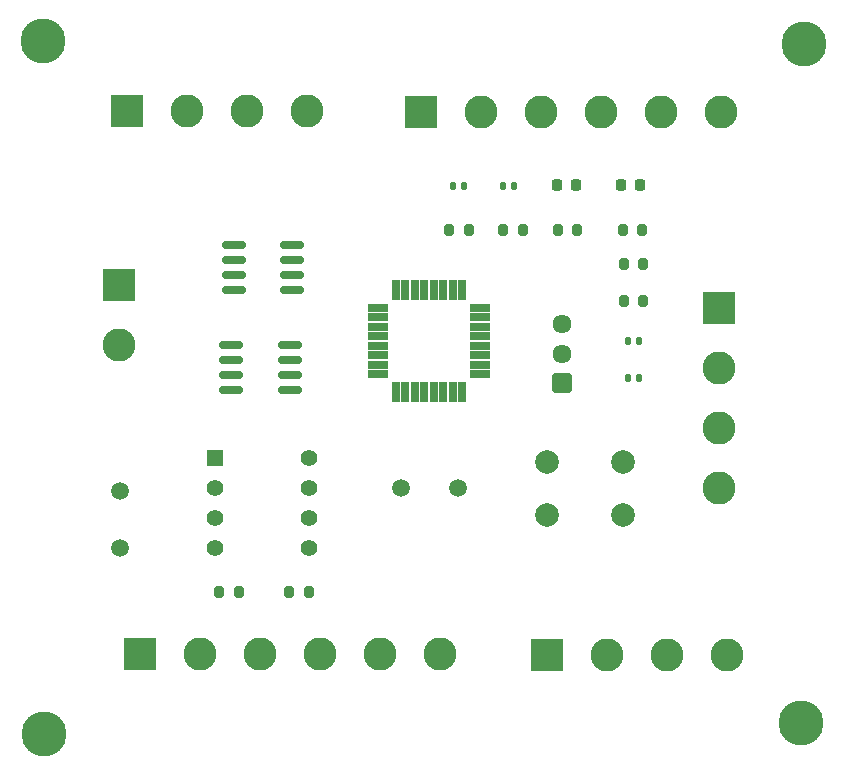
<source format=gbr>
%TF.GenerationSoftware,KiCad,Pcbnew,8.0.7*%
%TF.CreationDate,2025-04-18T15:45:10+02:00*%
%TF.ProjectId,DataLogger,44617461-4c6f-4676-9765-722e6b696361,V1.0*%
%TF.SameCoordinates,Original*%
%TF.FileFunction,Soldermask,Top*%
%TF.FilePolarity,Negative*%
%FSLAX46Y46*%
G04 Gerber Fmt 4.6, Leading zero omitted, Abs format (unit mm)*
G04 Created by KiCad (PCBNEW 8.0.7) date 2025-04-18 15:45:10*
%MOMM*%
%LPD*%
G01*
G04 APERTURE LIST*
G04 Aperture macros list*
%AMRoundRect*
0 Rectangle with rounded corners*
0 $1 Rounding radius*
0 $2 $3 $4 $5 $6 $7 $8 $9 X,Y pos of 4 corners*
0 Add a 4 corners polygon primitive as box body*
4,1,4,$2,$3,$4,$5,$6,$7,$8,$9,$2,$3,0*
0 Add four circle primitives for the rounded corners*
1,1,$1+$1,$2,$3*
1,1,$1+$1,$4,$5*
1,1,$1+$1,$6,$7*
1,1,$1+$1,$8,$9*
0 Add four rect primitives between the rounded corners*
20,1,$1+$1,$2,$3,$4,$5,0*
20,1,$1+$1,$4,$5,$6,$7,0*
20,1,$1+$1,$6,$7,$8,$9,0*
20,1,$1+$1,$8,$9,$2,$3,0*%
G04 Aperture macros list end*
%ADD10RoundRect,0.150000X-0.825000X-0.150000X0.825000X-0.150000X0.825000X0.150000X-0.825000X0.150000X0*%
%ADD11C,3.800000*%
%ADD12R,2.800000X2.800000*%
%ADD13C,2.800000*%
%ADD14C,1.500000*%
%ADD15RoundRect,0.218750X-0.218750X-0.256250X0.218750X-0.256250X0.218750X0.256250X-0.218750X0.256250X0*%
%ADD16RoundRect,0.102000X-0.605000X-0.605000X0.605000X-0.605000X0.605000X0.605000X-0.605000X0.605000X0*%
%ADD17C,1.414000*%
%ADD18RoundRect,0.140000X-0.140000X-0.170000X0.140000X-0.170000X0.140000X0.170000X-0.140000X0.170000X0*%
%ADD19RoundRect,0.200000X0.200000X0.275000X-0.200000X0.275000X-0.200000X-0.275000X0.200000X-0.275000X0*%
%ADD20RoundRect,0.200000X-0.200000X-0.275000X0.200000X-0.275000X0.200000X0.275000X-0.200000X0.275000X0*%
%ADD21C,2.000000*%
%ADD22RoundRect,0.102000X0.704000X-0.704000X0.704000X0.704000X-0.704000X0.704000X-0.704000X-0.704000X0*%
%ADD23C,1.612000*%
%ADD24RoundRect,0.102000X-0.750000X-0.275000X0.750000X-0.275000X0.750000X0.275000X-0.750000X0.275000X0*%
%ADD25RoundRect,0.102000X-0.275000X-0.750000X0.275000X-0.750000X0.275000X0.750000X-0.275000X0.750000X0*%
G04 APERTURE END LIST*
D10*
%TO.C,U4*%
X137682200Y-104419400D03*
X137682200Y-105689400D03*
X137682200Y-106959400D03*
X137682200Y-108229400D03*
X142632200Y-108229400D03*
X142632200Y-106959400D03*
X142632200Y-105689400D03*
X142632200Y-104419400D03*
%TD*%
D11*
%TO.C,H2*%
X185928000Y-136398000D03*
%TD*%
%TO.C,H1*%
X186182000Y-78892400D03*
%TD*%
D12*
%TO.C,J4*%
X128168400Y-99359800D03*
D13*
X128168400Y-104439800D03*
%TD*%
D12*
%TO.C,J6*%
X128828800Y-84632800D03*
D13*
X133908800Y-84632800D03*
X138988800Y-84632800D03*
X144068800Y-84632800D03*
%TD*%
D12*
%TO.C,J1*%
X164388800Y-130657600D03*
D13*
X169468800Y-130657600D03*
X174548800Y-130657600D03*
X179628800Y-130657600D03*
%TD*%
D14*
%TO.C,Y2*%
X152032800Y-116484400D03*
X156912800Y-116484400D03*
%TD*%
D15*
%TO.C,D2*%
X165277700Y-90830400D03*
X166852700Y-90830400D03*
%TD*%
D16*
%TO.C,U3*%
X136339600Y-113944400D03*
D17*
X136339600Y-116484400D03*
X136339600Y-119024400D03*
X136339600Y-121564400D03*
X144279600Y-121564400D03*
X144279600Y-119024400D03*
X144279600Y-116484400D03*
X144279600Y-113944400D03*
%TD*%
D12*
%TO.C,J5*%
X129955700Y-130606800D03*
D13*
X135035700Y-130606800D03*
X140115700Y-130606800D03*
X145195700Y-130606800D03*
X150275700Y-130606800D03*
X155355700Y-130606800D03*
%TD*%
D12*
%TO.C,J3*%
X179019200Y-101295200D03*
D13*
X179019200Y-106375200D03*
X179019200Y-111455200D03*
X179019200Y-116535200D03*
%TD*%
D18*
%TO.C,C4*%
X160708400Y-90982800D03*
X161668400Y-90982800D03*
%TD*%
D19*
%TO.C,R1*%
X162369000Y-94691200D03*
X160719000Y-94691200D03*
%TD*%
D11*
%TO.C,H3*%
X121716800Y-78689200D03*
%TD*%
D10*
%TO.C,U2*%
X137885400Y-95986600D03*
X137885400Y-97256600D03*
X137885400Y-98526600D03*
X137885400Y-99796600D03*
X142835400Y-99796600D03*
X142835400Y-98526600D03*
X142835400Y-97256600D03*
X142835400Y-95986600D03*
%TD*%
D20*
%TO.C,R6*%
X136690600Y-125323600D03*
X138340600Y-125323600D03*
%TD*%
%TO.C,R5*%
X142583400Y-125323600D03*
X144233400Y-125323600D03*
%TD*%
D18*
%TO.C,C1*%
X171274800Y-107238800D03*
X172234800Y-107238800D03*
%TD*%
D19*
%TO.C,R2*%
X172478200Y-94691200D03*
X170828200Y-94691200D03*
%TD*%
D11*
%TO.C,H4*%
X121818400Y-137363200D03*
%TD*%
D12*
%TO.C,J2*%
X153771600Y-84683600D03*
D13*
X158851600Y-84683600D03*
X163931600Y-84683600D03*
X169011600Y-84683600D03*
X174091600Y-84683600D03*
X179171600Y-84683600D03*
%TD*%
D18*
%TO.C,C3*%
X156441200Y-90982800D03*
X157401200Y-90982800D03*
%TD*%
D19*
%TO.C,R4*%
X172579800Y-100685600D03*
X170929800Y-100685600D03*
%TD*%
D21*
%TO.C,SW1*%
X164390000Y-114336000D03*
X170890000Y-114336000D03*
X164390000Y-118836000D03*
X170890000Y-118836000D03*
%TD*%
D15*
%TO.C,D1*%
X170713300Y-90830400D03*
X172288300Y-90830400D03*
%TD*%
D20*
%TO.C,R8*%
X165341800Y-94691200D03*
X166991800Y-94691200D03*
%TD*%
D18*
%TO.C,C2*%
X171274800Y-104038400D03*
X172234800Y-104038400D03*
%TD*%
D20*
%TO.C,R3*%
X156147000Y-94691200D03*
X157797000Y-94691200D03*
%TD*%
D22*
%TO.C,SW2*%
X165658800Y-107656000D03*
D23*
X165658800Y-105156000D03*
X165658800Y-102656000D03*
%TD*%
D14*
%TO.C,Y1*%
X128270000Y-121626800D03*
X128270000Y-116746800D03*
%TD*%
D19*
%TO.C,R7*%
X172579800Y-97586800D03*
X170929800Y-97586800D03*
%TD*%
D24*
%TO.C,U1*%
X150132000Y-101289200D03*
X150132000Y-102089200D03*
X150132000Y-102889200D03*
X150132000Y-103689200D03*
X150132000Y-104489200D03*
X150132000Y-105289200D03*
X150132000Y-106089200D03*
X150132000Y-106889200D03*
D25*
X151632000Y-108389200D03*
X152432000Y-108389200D03*
X153232000Y-108389200D03*
X154032000Y-108389200D03*
X154832000Y-108389200D03*
X155632000Y-108389200D03*
X156432000Y-108389200D03*
X157232000Y-108389200D03*
D24*
X158732000Y-106889200D03*
X158732000Y-106089200D03*
X158732000Y-105289200D03*
X158732000Y-104489200D03*
X158732000Y-103689200D03*
X158732000Y-102889200D03*
X158732000Y-102089200D03*
X158732000Y-101289200D03*
D25*
X157232000Y-99789200D03*
X156432000Y-99789200D03*
X155632000Y-99789200D03*
X154832000Y-99789200D03*
X154032000Y-99789200D03*
X153232000Y-99789200D03*
X152432000Y-99789200D03*
X151632000Y-99789200D03*
%TD*%
M02*

</source>
